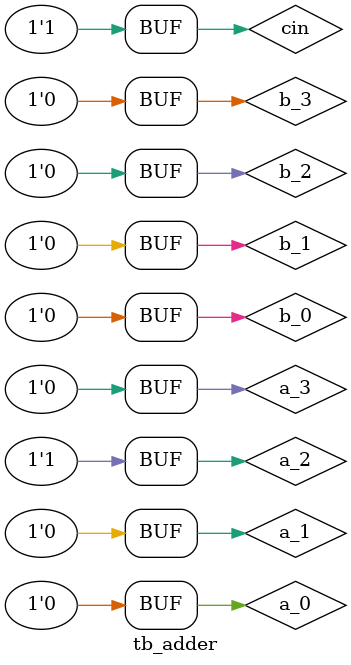
<source format=v>
`timescale 1ns / 1ps

module tb_adder();

    reg a_0, b_0, a_1, b_1, a_2, b_2, a_3, b_3, cin; // reg,
    wire s_0, s_1, s_2, s_3, c;
     //  wire, 
    full_adder_4bit u_full_adder(   // module instance 
        .a_0(a_0),
        .a_1(a_1),
        .a_2(a_2),
        .a_3(a_3),
        .b_0(b_0),
        .b_1(b_1),
        .b_2(b_2),
        .b_3(b_3),
        .cin(cin),         //input carry.
        .s_0(s_0),
        .s_1(s_1),
        .s_2(s_2),
        .s_3(s_3),
        .c(c)
    );
    initial 
    begin 
        #10;    a_0 = 0; b_0 = 0; a_1 = 0; b_1 = 0; a_2 = 0; b_2 = 0; a_3 = 0; b_3 = 0;  cin = 0;
        #10;    a_0 = 0; b_0 = 1; a_1 = 0; b_1 = 0; a_2 = 0; b_2 = 0; a_3 = 0; b_3 = 0;  cin = 0;
        #10;    a_0 = 0; b_0 = 0; a_1 = 0; b_1 = 1; a_2 = 0; b_2 = 0; a_3 = 0; b_3 = 0;  cin = 1;
        #10;    a_0 = 0; b_0 = 0; a_1 = 0; b_1 = 0; a_2 = 1; b_2 = 0; a_3 = 0; b_3 = 0;  cin = 1;

    end

endmodule

</source>
